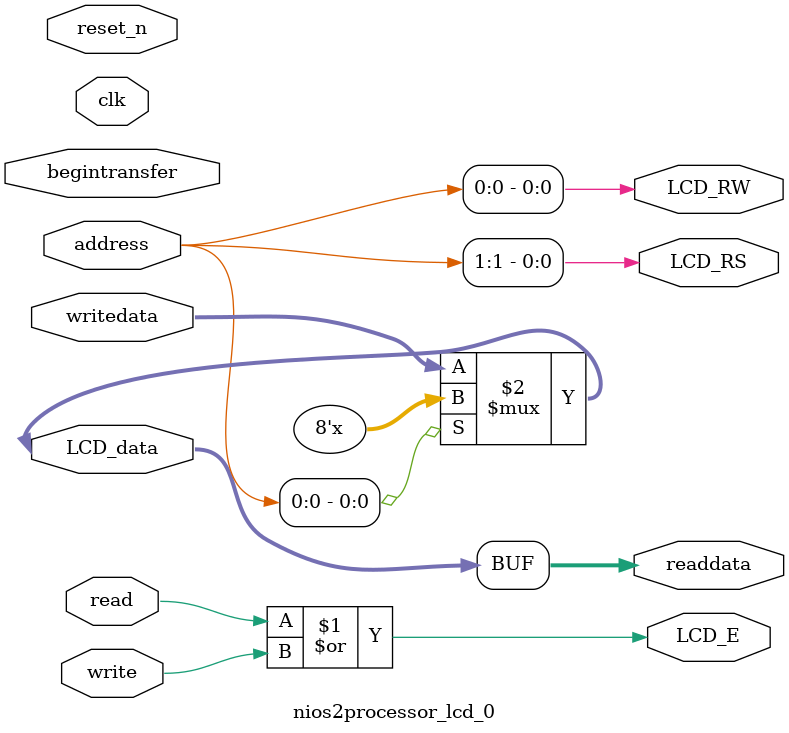
<source format=v>

`timescale 1ns / 1ps
// synthesis translate_on

// turn off superfluous verilog processor warnings 
// altera message_level Level1 
// altera message_off 10034 10035 10036 10037 10230 10240 10030 

module nios2processor_lcd_0 (
                              // inputs:
                               address,
                               begintransfer,
                               clk,
                               read,
                               reset_n,
                               write,
                               writedata,

                              // outputs:
                               LCD_E,
                               LCD_RS,
                               LCD_RW,
                               LCD_data,
                               readdata
                            )
;

  output           LCD_E;
  output           LCD_RS;
  output           LCD_RW;
  inout   [  7: 0] LCD_data;
  output  [  7: 0] readdata;
  input   [  1: 0] address;
  input            begintransfer;
  input            clk;
  input            read;
  input            reset_n;
  input            write;
  input   [  7: 0] writedata;

  wire             LCD_E;
  wire             LCD_RS;
  wire             LCD_RW;
  wire    [  7: 0] LCD_data;
  wire    [  7: 0] readdata;
  assign LCD_RW = address[0];
  assign LCD_RS = address[1];
  assign LCD_E = read | write;
  assign LCD_data = (address[0]) ? 8'bz : writedata;
  assign readdata = LCD_data;
  //control_slave, which is an e_avalon_slave

endmodule


</source>
